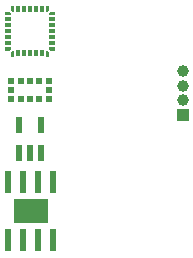
<source format=gbp>
G04*
G04 #@! TF.GenerationSoftware,Altium Limited,Altium Designer,21.4.1 (30)*
G04*
G04 Layer_Color=128*
%FSLAX44Y44*%
%MOMM*%
G71*
G04*
G04 #@! TF.SameCoordinates,0EC16A28-EB20-4FD1-AB31-7886020AAA26*
G04*
G04*
G04 #@! TF.FilePolarity,Positive*
G04*
G01*
G75*
%ADD50R,0.5000X0.5000*%
%ADD52R,0.5500X0.3000*%
%ADD54R,0.3000X0.5500*%
%ADD55R,0.5588X1.3208*%
%ADD56R,1.0000X1.0000*%
%ADD57C,1.0000*%
%ADD58R,3.0000X2.1300*%
%ADD59R,0.6000X1.9700*%
G36*
X169040Y222470D02*
X167540Y220970D01*
X166040D01*
Y225970D01*
X169040D01*
Y222470D01*
D02*
G37*
G36*
X139040Y220970D02*
X137540D01*
X136040Y222470D01*
Y225970D01*
X139040D01*
Y220970D01*
D02*
G37*
G36*
X174040Y217970D02*
X169040D01*
Y219470D01*
X170540Y220970D01*
X174040D01*
Y217970D01*
D02*
G37*
G36*
X136040Y219470D02*
Y217970D01*
X131040D01*
Y220970D01*
X134540D01*
X136040Y219470D01*
D02*
G37*
G36*
X174040Y187970D02*
X170540D01*
X169040Y189470D01*
Y190970D01*
X174040D01*
Y187970D01*
D02*
G37*
G36*
X136040Y189470D02*
X134540Y187970D01*
X131040D01*
Y190970D01*
X136040D01*
Y189470D01*
D02*
G37*
G36*
X169040Y186470D02*
Y182970D01*
X166040D01*
Y187970D01*
X167540D01*
X169040Y186470D01*
D02*
G37*
G36*
X139040Y182970D02*
X136040D01*
Y186470D01*
X137540Y187970D01*
X139040D01*
Y182970D01*
D02*
G37*
G36*
X165723Y53390D02*
X154323D01*
Y60390D01*
X165723D01*
Y53390D01*
D02*
G37*
G36*
X151923D02*
X140522D01*
Y60390D01*
X151923D01*
Y53390D01*
D02*
G37*
G36*
X165723Y43990D02*
X154323D01*
Y50990D01*
X165723D01*
Y43990D01*
D02*
G37*
G36*
X151923D02*
X140522D01*
Y50990D01*
X151923D01*
Y43990D01*
D02*
G37*
D50*
X168540Y154628D02*
D03*
Y146628D02*
D03*
X160540D02*
D03*
X152540D02*
D03*
X144540D02*
D03*
X136540D02*
D03*
Y154628D02*
D03*
Y162628D02*
D03*
X144540D02*
D03*
X152540D02*
D03*
X160540D02*
D03*
X168540D02*
D03*
D52*
X133790Y194470D02*
D03*
Y199470D02*
D03*
Y204470D02*
D03*
Y209470D02*
D03*
Y214470D02*
D03*
X171290D02*
D03*
Y209470D02*
D03*
Y204470D02*
D03*
Y199470D02*
D03*
Y194470D02*
D03*
D54*
X142540Y223220D02*
D03*
X147540D02*
D03*
X152540D02*
D03*
X157540D02*
D03*
X162540D02*
D03*
Y185720D02*
D03*
X157540D02*
D03*
X152540D02*
D03*
X147540D02*
D03*
X142540D02*
D03*
D55*
X161938Y124714D02*
D03*
X143142D02*
D03*
Y101346D02*
D03*
X152540D02*
D03*
X161938D02*
D03*
D56*
X281940Y133350D02*
D03*
D57*
Y145850D02*
D03*
Y158350D02*
D03*
Y170850D02*
D03*
D58*
X153122Y52190D02*
D03*
D59*
X134072Y27440D02*
D03*
X146772D02*
D03*
X159472D02*
D03*
X172172D02*
D03*
Y76940D02*
D03*
X159472D02*
D03*
X146772D02*
D03*
X134072D02*
D03*
M02*

</source>
